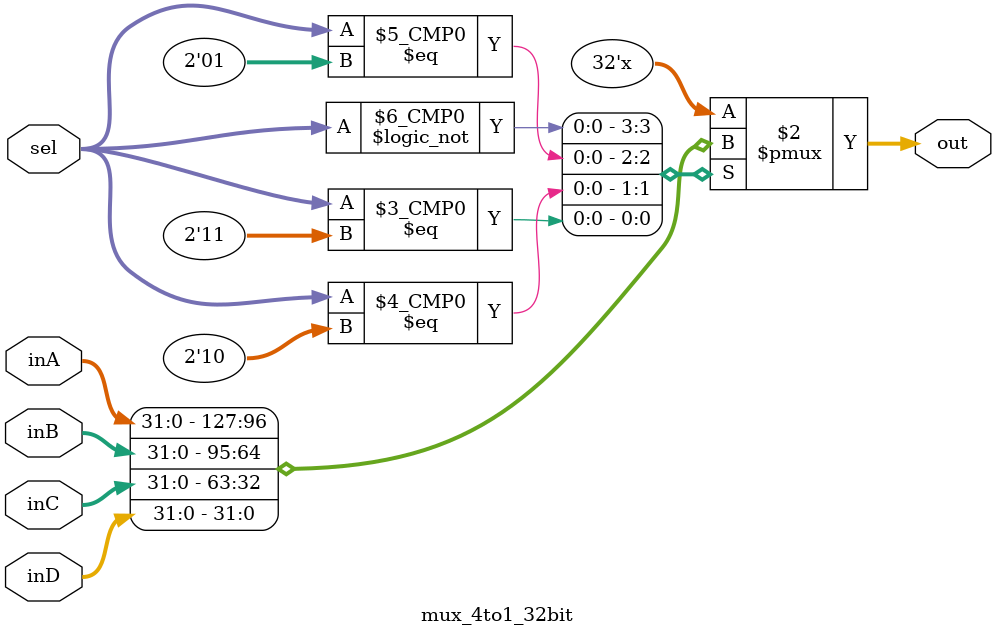
<source format=v>
`timescale 1ns / 1ps


module mux_4to1_32bit(out, inA, inB, inC, inD, sel);

    output  [31:0] out;
    
    input   [31:0] inA,inB, inC, inD;
    input   [1:0]  sel;
	reg [31:0]out;
    /* Fill in the implementation here ... */ 
	 always@(inA,inB,inC, inD,sel)
	 begin
		case (sel) 
			0:
				out <= inA;
			1:
				out <= inB;
			2:
				out <= inC;
			3:
				out <= inD;
		endcase
	 end
	 

endmodule

</source>
